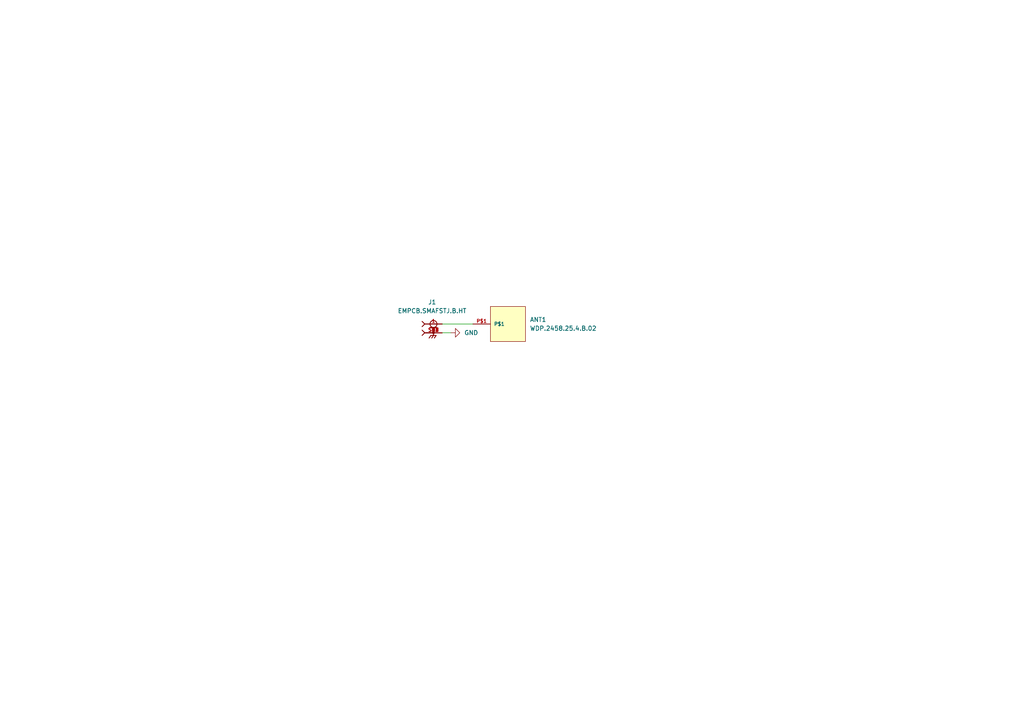
<source format=kicad_sch>
(kicad_sch (version 20231120) (generator "eeschema") (generator_version "8.0")
  (paper "A4")
  (lib_symbols
    (symbol "Connector_Generic:EMPCB.SMAFSTJ.B.HT" (pin_names (offset 1.016))
      (property "Reference" "J" (at -3.8103 4.0644 0))
      (property "Value" "EMPCB.SMAFSTJ.B.HT" (at -4.067 -4.3211 0))
      (symbol "EMPCB.SMAFSTJ.B.HT_0_0"
        (polyline (pts (xy -3.302 -0.762) (xy -2.54 0)) (stroke (width 0.254)))
        (polyline (pts (xy -3.302 0.762) (xy -2.54 0)) (stroke (width 0.254)))
        (polyline (pts (xy -3.302 1.778) (xy -2.54 2.54)) (stroke (width 0.254)))
        (polyline (pts (xy -3.302 3.302) (xy -2.54 2.54)) (stroke (width 0.254)))
        (polyline (pts (xy -2.54 0) (xy 0 0)) (stroke (width 0.254)))
        (polyline (pts (xy -2.54 2.54) (xy 2.54 2.54)) (stroke (width 0.254)))
        (polyline (pts (xy -1.016 1.524) (xy 0 1.524)) (stroke (width 0.254)))
        (polyline (pts (xy -0.762 -0.762) (xy -1.27 -1.524)) (stroke (width 0.254)))
        (polyline (pts (xy 0 -0.762) (xy -0.762 -0.762)) (stroke (width 0.254)))
        (polyline (pts (xy 0 -0.762) (xy -0.508 -1.524)) (stroke (width 0.254)))
        (polyline (pts (xy 0 -0.762) (xy 0.762 -0.762)) (stroke (width 0.254)))
        (polyline (pts (xy 0 0) (xy -2.286 0)) (stroke (width 0.254)))
        (polyline (pts (xy 0 0) (xy 0 -0.762)) (stroke (width 0.254)))
        (polyline (pts (xy 0 1.524) (xy 0 0)) (stroke (width 0.254)))
        (polyline (pts (xy 0 1.524) (xy 1.016 1.524)) (stroke (width 0.254)))
        (polyline (pts (xy 0.762 -0.762) (xy 0.254 -1.524)) (stroke (width 0.254)))
        (polyline (pts (xy 2.54 0) (xy 0 0)) (stroke (width 0.254)))
        (circle (center 0 0) (radius 0.254) (stroke (width 0.254)))
        (circle (center 0 2.54) (radius 1.016) (stroke (width 0.254)))
        (pin passive line (at 2.54 2.54 180) (length 5.08) (name "~") (number "1"))
        (pin passive line (at 2.54 0 180) (length 5.08) (name "~") (number "SH1"))
        (pin passive line (at 2.54 0 180) (length 5.08) (name "~") (number "SH2"))
        (pin passive line (at 2.54 0 180) (length 5.08) (name "~") (number "SH3"))
        (pin passive line (at 2.54 0 180) (length 5.08) (name "~") (number "SH4"))
      )
    )
    (symbol "Device:WDP.2458.25.4.B.02" (pin_names (offset 1.016))
      (property "Reference" "ANT" (at -5.08 10.16 0))
      (property "Value" "WDP.2458.25.4.B.02" (at -5.08 7.62 0))
      (symbol "WDP.2458.25.4.B.02_0_0"
        (rectangle (start -5.08 -5.08) (end 5.08 5.08) (stroke (width 0.1524)) (fill (type background)))
        (pin bidirectional line (at -10.16 0 0) (length 5.08) (name "P$1") (number "P$1"))
      )
    )
    (symbol "power:GND" (power) (pin_numbers hide) (pin_names (offset 0) hide)
      (property "Value" "GND" (at 0 -3.81 0))
      (symbol "GND_0_1"
        (polyline (pts (xy 0 0) (xy 0 -1.27) (xy 1.27 -1.27) (xy 0 -2.54) (xy -1.27 -1.27) (xy 0 -1.27)))
      )
      (symbol "GND_1_1"
        (pin power_in line (at 0 0 270) (length 0) (name "~") (number "1"))
      )
    )
  )
  (wire (pts (xy 128.27 96.52) (xy 130.81 96.52)))
  (wire (pts (xy 128.27 93.98) (xy 137.16 93.98)))
  (symbol (lib_id "Device:WDP.2458.25.4.B.02") (at 147.32 93.98 0) (unit 1)
    (property "Reference" "ANT1" (at 153.67 92.7099 0) (effects (justify left)))
    (property "Value" "WDP.2458.25.4.B.02" (at 153.67 95.2499 0) (effects (justify left)))
    (property "Footprint" "RF_Antenna:WDP.2458.25.4.B.02" (effects (hide yes)))
    (property "MF" "Taoglas" (effects (hide yes)))
    (property "Description_1" "\n2.4GHz, 5.5GHz WLAN Ceramic Patch RF Antenna 2.4GHz ~ 2.5GHz, 5.15GHz ~ 5.85GHz 6dBi, 8dBi Pin Surface Mount\n" (effects (hide yes)))
    (property "Package" "None" (effects (hide yes)))
    (property "Price" "None" (effects (hide yes)))
    (property "SnapEDA_Link" "https://www.snapeda.com/parts/WDP.2458.25.4.B.02/Taoglas/view-part/?ref=snap" (effects (hide yes)))
    (property "MP" "WDP.2458.25.4.B.02" (effects (hide yes)))
    (property "Purchase-URL" "https://www.snapeda.com/api/url_track_click_mouser/?unipart_id=411730&manufacturer=Taoglas&part_name=WDP.2458.25.4.B.02&search_term=None" (effects (hide yes)))
    (property "Availability" "In Stock" (effects (hide yes)))
    (property "Check_prices" "https://www.snapeda.com/parts/WDP.2458.25.4.B.02/Taoglas/view-part/?ref=eda" (effects (hide yes)))
  )
  (symbol (lib_id "Connector_Generic:EMPCB.SMAFSTJ.B.HT") (at 125.73 96.52 0) (unit 1)
    (property "Reference" "J1" (at 125.349 87.63 0))
    (property "Value" "EMPCB.SMAFSTJ.B.HT" (at 125.349 90.17 0))
    (property "Footprint" "Connector_Coaxial:TAOGLAS_EMPCB.SMAFSTJ.B.HT" (effects (hide yes)))
    (property "MF" "Taoglas Limited" (effects (hide yes)))
    (property "Description_1" "\nSMA Connector Jack, Female Socket 50 Ohms Board Edge, End Launch Solder\n" (effects (hide yes)))
    (property "Package" "None" (effects (hide yes)))
    (property "Price" "None" (effects (hide yes)))
    (property "Check_prices" "https://www.snapeda.com/parts/EMPCB.SMAFSTJ.B.HT/Taoglas+Limited/view-part/?ref=eda" (effects (hide yes)))
    (property "STANDARD" "Manufacturer Recommendation" (effects (hide yes)))
    (property "SnapEDA_Link" "https://www.snapeda.com/parts/EMPCB.SMAFSTJ.B.HT/Taoglas+Limited/view-part/?ref=snap" (effects (hide yes)))
    (property "MP" "EMPCB.SMAFSTJ.B.HT" (effects (hide yes)))
    (property "Purchase-URL" "https://www.snapeda.com/api/url_track_click_mouser/?unipart_id=231078&manufacturer=Taoglas Limited&part_name=EMPCB.SMAFSTJ.B.HT&search_term=None" (effects (hide yes)))
    (property "Availability" "In Stock" (effects (hide yes)))
    (property "MANUFACTURER" "TAOGLAS" (effects (hide yes)))
  )
  (symbol (lib_id "power:GND") (at 130.81 96.52 90) (unit 1)
    (property "Reference" "#PWR01" (effects (hide yes)))
    (property "Value" "GND" (at 134.62 96.5199 90) (effects (justify right)))
    (property "Description" "Power symbol creates a global label with name \"GND\" , ground" (effects (hide yes)))
  )
)
</source>
